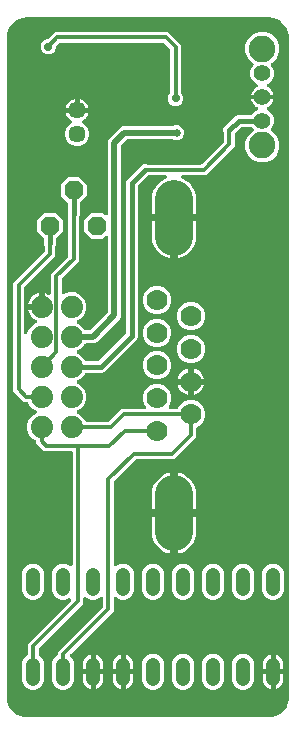
<source format=gbl>
G04 EAGLE Gerber RS-274X export*
G75*
%MOMM*%
%FSLAX34Y34*%
%LPD*%
%INBottom Copper*%
%IPPOS*%
%AMOC8*
5,1,8,0,0,1.08239X$1,22.5*%
G01*
%ADD10C,1.778000*%
%ADD11C,3.200000*%
%ADD12C,1.400000*%
%ADD13C,2.250000*%
%ADD14C,1.450000*%
%ADD15C,1.219200*%
%ADD16P,1.732040X8X22.500000*%
%ADD17C,1.879600*%
%ADD18C,0.704800*%
%ADD19C,0.300000*%
%ADD20C,0.654800*%
%ADD21C,0.500000*%
%ADD22C,0.400000*%

G36*
X225833Y3640D02*
X225833Y3640D01*
X225918Y3640D01*
X228243Y3823D01*
X228316Y3838D01*
X228390Y3842D01*
X228574Y3888D01*
X228582Y3890D01*
X228585Y3891D01*
X228589Y3892D01*
X233012Y5329D01*
X233132Y5385D01*
X233256Y5433D01*
X233303Y5463D01*
X233326Y5473D01*
X233352Y5494D01*
X233430Y5542D01*
X237192Y8276D01*
X237290Y8366D01*
X237392Y8450D01*
X237428Y8493D01*
X237447Y8510D01*
X237465Y8538D01*
X237524Y8608D01*
X240258Y12370D01*
X240323Y12486D01*
X240394Y12598D01*
X240415Y12649D01*
X240427Y12671D01*
X240437Y12703D01*
X240471Y12788D01*
X241908Y17211D01*
X241923Y17284D01*
X241947Y17354D01*
X241974Y17542D01*
X241976Y17550D01*
X241976Y17553D01*
X241977Y17557D01*
X242160Y19882D01*
X242158Y19915D01*
X242164Y20000D01*
X242164Y580000D01*
X242160Y580033D01*
X242160Y580118D01*
X241977Y582443D01*
X241962Y582516D01*
X241958Y582590D01*
X241919Y582744D01*
X241917Y582758D01*
X241914Y582766D01*
X241912Y582774D01*
X241910Y582782D01*
X241909Y582785D01*
X241908Y582789D01*
X240471Y587212D01*
X240416Y587332D01*
X240367Y587456D01*
X240337Y587503D01*
X240327Y587526D01*
X240306Y587552D01*
X240258Y587630D01*
X238518Y590024D01*
X238475Y590071D01*
X238439Y590124D01*
X238294Y590270D01*
X235339Y592861D01*
X235330Y592868D01*
X235183Y592981D01*
X232488Y594782D01*
X232396Y594829D01*
X232309Y594884D01*
X232210Y594924D01*
X232180Y594939D01*
X232159Y594945D01*
X232118Y594961D01*
X228589Y596108D01*
X228516Y596123D01*
X228446Y596147D01*
X228258Y596174D01*
X228250Y596176D01*
X228247Y596176D01*
X228243Y596177D01*
X225918Y596360D01*
X225885Y596358D01*
X225800Y596364D01*
X20000Y596364D01*
X19968Y596360D01*
X19882Y596360D01*
X17557Y596177D01*
X17484Y596162D01*
X17410Y596158D01*
X17226Y596112D01*
X17218Y596110D01*
X17215Y596109D01*
X17211Y596108D01*
X12788Y594671D01*
X12668Y594615D01*
X12544Y594567D01*
X12497Y594537D01*
X12474Y594527D01*
X12448Y594506D01*
X12370Y594458D01*
X8608Y591724D01*
X8510Y591634D01*
X8408Y591550D01*
X8372Y591507D01*
X8353Y591490D01*
X8335Y591462D01*
X8276Y591392D01*
X5542Y587630D01*
X5477Y587515D01*
X5406Y587402D01*
X5393Y587369D01*
X5383Y587353D01*
X5379Y587340D01*
X5373Y587329D01*
X5363Y587297D01*
X5329Y587212D01*
X3892Y582789D01*
X3877Y582716D01*
X3853Y582646D01*
X3826Y582458D01*
X3824Y582450D01*
X3824Y582447D01*
X3823Y582443D01*
X3640Y580118D01*
X3642Y580085D01*
X3636Y580000D01*
X3636Y20000D01*
X3640Y19967D01*
X3640Y19882D01*
X3823Y17557D01*
X3838Y17484D01*
X3842Y17410D01*
X3888Y17226D01*
X3890Y17218D01*
X3891Y17215D01*
X3892Y17211D01*
X5329Y12788D01*
X5385Y12668D01*
X5433Y12544D01*
X5463Y12497D01*
X5473Y12474D01*
X5494Y12448D01*
X5542Y12370D01*
X8276Y8608D01*
X8366Y8510D01*
X8450Y8408D01*
X8493Y8372D01*
X8510Y8353D01*
X8538Y8335D01*
X8608Y8276D01*
X12370Y5542D01*
X12486Y5477D01*
X12598Y5406D01*
X12649Y5385D01*
X12671Y5373D01*
X12703Y5363D01*
X12788Y5329D01*
X17211Y3892D01*
X17284Y3877D01*
X17354Y3853D01*
X17542Y3826D01*
X17550Y3824D01*
X17553Y3824D01*
X17557Y3823D01*
X19882Y3640D01*
X19915Y3642D01*
X20000Y3636D01*
X225800Y3636D01*
X225833Y3640D01*
G37*
%LPC*%
G36*
X23991Y27207D02*
X23991Y27207D01*
X20647Y28592D01*
X18088Y31151D01*
X16703Y34495D01*
X16703Y50305D01*
X18088Y53649D01*
X20858Y56419D01*
X20884Y56452D01*
X20924Y56488D01*
X20977Y56564D01*
X21038Y56634D01*
X21057Y56670D01*
X21073Y56690D01*
X21089Y56725D01*
X21121Y56772D01*
X21156Y56858D01*
X21199Y56940D01*
X21209Y56981D01*
X21220Y57003D01*
X21227Y57039D01*
X21249Y57093D01*
X21262Y57185D01*
X21285Y57275D01*
X21289Y57334D01*
X21291Y57341D01*
X21291Y57352D01*
X21294Y57404D01*
X21299Y57435D01*
X21297Y57451D01*
X21299Y57480D01*
X21299Y65964D01*
X57466Y102131D01*
X57499Y102172D01*
X57537Y102208D01*
X57606Y102308D01*
X57681Y102402D01*
X57703Y102450D01*
X57733Y102493D01*
X57777Y102606D01*
X57828Y102715D01*
X57839Y102767D01*
X57858Y102815D01*
X57874Y102935D01*
X57899Y103054D01*
X57898Y103106D01*
X57905Y103158D01*
X57894Y103278D01*
X57891Y103399D01*
X57878Y103450D01*
X57873Y103502D01*
X57834Y103617D01*
X57804Y103734D01*
X57779Y103780D01*
X57763Y103830D01*
X57699Y103933D01*
X57642Y104040D01*
X57608Y104079D01*
X57580Y104124D01*
X57495Y104209D01*
X57415Y104300D01*
X57373Y104331D01*
X57336Y104368D01*
X57233Y104431D01*
X57134Y104502D01*
X57086Y104522D01*
X57042Y104549D01*
X56927Y104588D01*
X56815Y104634D01*
X56763Y104642D01*
X56714Y104659D01*
X56593Y104670D01*
X56474Y104689D01*
X56421Y104686D01*
X56369Y104690D01*
X56250Y104673D01*
X56129Y104665D01*
X56079Y104649D01*
X56027Y104642D01*
X55832Y104577D01*
X53009Y103407D01*
X49391Y103407D01*
X46047Y104792D01*
X43488Y107351D01*
X42103Y110695D01*
X42103Y126505D01*
X43488Y129849D01*
X46047Y132408D01*
X49391Y133793D01*
X53009Y133793D01*
X56353Y132408D01*
X56640Y132121D01*
X56722Y132056D01*
X56797Y131984D01*
X56857Y131949D01*
X56911Y131906D01*
X57005Y131862D01*
X57095Y131809D01*
X57161Y131789D01*
X57224Y131759D01*
X57326Y131738D01*
X57426Y131707D01*
X57495Y131702D01*
X57562Y131688D01*
X57666Y131690D01*
X57771Y131683D01*
X57839Y131695D01*
X57908Y131696D01*
X58009Y131722D01*
X58112Y131739D01*
X58175Y131766D01*
X58242Y131783D01*
X58335Y131832D01*
X58431Y131872D01*
X58487Y131912D01*
X58548Y131945D01*
X58627Y132013D01*
X58711Y132074D01*
X58757Y132127D01*
X58809Y132172D01*
X58870Y132257D01*
X58938Y132335D01*
X58970Y132397D01*
X59011Y132453D01*
X59050Y132549D01*
X59099Y132641D01*
X59116Y132708D01*
X59142Y132772D01*
X59159Y132875D01*
X59185Y132976D01*
X59192Y133080D01*
X59198Y133114D01*
X59196Y133136D01*
X59199Y133181D01*
X59199Y227500D01*
X59195Y227535D01*
X59198Y227571D01*
X59175Y227707D01*
X59159Y227843D01*
X59147Y227877D01*
X59142Y227912D01*
X59089Y228039D01*
X59042Y228169D01*
X59023Y228198D01*
X59009Y228231D01*
X58928Y228343D01*
X58853Y228458D01*
X58827Y228483D01*
X58807Y228511D01*
X58703Y228602D01*
X58603Y228697D01*
X58572Y228715D01*
X58546Y228738D01*
X58423Y228802D01*
X58305Y228872D01*
X58271Y228882D01*
X58239Y228899D01*
X58106Y228933D01*
X57974Y228974D01*
X57939Y228976D01*
X57905Y228985D01*
X57700Y228999D01*
X34936Y228999D01*
X28399Y235536D01*
X28399Y237042D01*
X28389Y237129D01*
X28389Y237217D01*
X28369Y237300D01*
X28359Y237386D01*
X28330Y237468D01*
X28310Y237553D01*
X28271Y237630D01*
X28242Y237711D01*
X28194Y237784D01*
X28155Y237862D01*
X28100Y237928D01*
X28053Y238000D01*
X27990Y238061D01*
X27934Y238128D01*
X27865Y238180D01*
X27803Y238239D01*
X27728Y238283D01*
X27657Y238336D01*
X27528Y238400D01*
X27505Y238414D01*
X27493Y238418D01*
X27474Y238427D01*
X25877Y239089D01*
X22389Y242577D01*
X20501Y247134D01*
X20501Y252066D01*
X22389Y256623D01*
X25877Y260111D01*
X27817Y260915D01*
X27908Y260966D01*
X28004Y261008D01*
X28059Y261050D01*
X28119Y261083D01*
X28196Y261153D01*
X28279Y261216D01*
X28324Y261270D01*
X28375Y261316D01*
X28434Y261402D01*
X28500Y261483D01*
X28531Y261544D01*
X28570Y261601D01*
X28608Y261699D01*
X28654Y261792D01*
X28670Y261859D01*
X28695Y261924D01*
X28709Y262027D01*
X28733Y262129D01*
X28733Y262198D01*
X28742Y262266D01*
X28733Y262370D01*
X28732Y262475D01*
X28716Y262542D01*
X28710Y262611D01*
X28677Y262709D01*
X28653Y262811D01*
X28622Y262873D01*
X28600Y262938D01*
X28545Y263027D01*
X28498Y263120D01*
X28454Y263173D01*
X28418Y263232D01*
X28344Y263306D01*
X28277Y263386D01*
X28222Y263427D01*
X28173Y263476D01*
X28084Y263531D01*
X28001Y263594D01*
X27908Y263640D01*
X27879Y263658D01*
X27857Y263665D01*
X27817Y263685D01*
X25877Y264489D01*
X22389Y267977D01*
X21727Y269574D01*
X21685Y269650D01*
X21651Y269731D01*
X21601Y269801D01*
X21559Y269876D01*
X21500Y269940D01*
X21449Y270011D01*
X21384Y270068D01*
X21326Y270131D01*
X21254Y270181D01*
X21188Y270238D01*
X21112Y270278D01*
X21041Y270327D01*
X20959Y270358D01*
X20882Y270399D01*
X20798Y270420D01*
X20718Y270451D01*
X20632Y270463D01*
X20547Y270485D01*
X20403Y270495D01*
X20376Y270499D01*
X20364Y270498D01*
X20342Y270499D01*
X18136Y270499D01*
X8899Y279736D01*
X8899Y371264D01*
X35060Y397425D01*
X35147Y397534D01*
X35238Y397640D01*
X35254Y397670D01*
X35275Y397696D01*
X35334Y397822D01*
X35399Y397946D01*
X35407Y397979D01*
X35422Y398009D01*
X35450Y398145D01*
X35485Y398281D01*
X35488Y398326D01*
X35493Y398348D01*
X35492Y398381D01*
X35499Y398485D01*
X35499Y402500D01*
X35497Y402518D01*
X35499Y402537D01*
X35477Y402689D01*
X35459Y402843D01*
X35453Y402861D01*
X35450Y402879D01*
X35385Y403074D01*
X34999Y404005D01*
X34999Y408821D01*
X34983Y408959D01*
X34973Y409098D01*
X34963Y409131D01*
X34959Y409164D01*
X34912Y409295D01*
X34871Y409429D01*
X34853Y409458D01*
X34842Y409490D01*
X34766Y409606D01*
X34695Y409726D01*
X34665Y409760D01*
X34653Y409779D01*
X34629Y409802D01*
X34560Y409881D01*
X28998Y415443D01*
X28998Y424557D01*
X35443Y431002D01*
X44557Y431002D01*
X51002Y424557D01*
X51002Y415443D01*
X45440Y409881D01*
X45353Y409772D01*
X45262Y409666D01*
X45246Y409636D01*
X45225Y409610D01*
X45166Y409484D01*
X45101Y409360D01*
X45093Y409328D01*
X45078Y409297D01*
X45050Y409161D01*
X45015Y409026D01*
X45012Y408980D01*
X45007Y408959D01*
X45008Y408925D01*
X45001Y408821D01*
X45001Y404005D01*
X44615Y403074D01*
X44610Y403056D01*
X44601Y403039D01*
X44562Y402889D01*
X44520Y402741D01*
X44519Y402723D01*
X44515Y402705D01*
X44501Y402500D01*
X44501Y394136D01*
X18340Y367975D01*
X18253Y367866D01*
X18162Y367760D01*
X18146Y367730D01*
X18125Y367704D01*
X18066Y367578D01*
X18001Y367454D01*
X17993Y367421D01*
X17978Y367391D01*
X17950Y367255D01*
X17915Y367119D01*
X17912Y367074D01*
X17907Y367052D01*
X17908Y367019D01*
X17901Y366915D01*
X17901Y329525D01*
X17907Y329473D01*
X17904Y329421D01*
X17927Y329302D01*
X17941Y329182D01*
X17958Y329132D01*
X17968Y329081D01*
X18017Y328971D01*
X18058Y328857D01*
X18087Y328813D01*
X18108Y328765D01*
X18181Y328668D01*
X18247Y328567D01*
X18285Y328531D01*
X18316Y328489D01*
X18410Y328412D01*
X18497Y328328D01*
X18542Y328302D01*
X18582Y328268D01*
X18691Y328214D01*
X18795Y328153D01*
X18845Y328138D01*
X18892Y328115D01*
X19010Y328087D01*
X19126Y328051D01*
X19178Y328048D01*
X19229Y328036D01*
X19350Y328036D01*
X19471Y328028D01*
X19522Y328036D01*
X19574Y328036D01*
X19692Y328064D01*
X19812Y328084D01*
X19860Y328104D01*
X19911Y328116D01*
X20019Y328170D01*
X20131Y328216D01*
X20173Y328247D01*
X20220Y328270D01*
X20313Y328348D01*
X20411Y328418D01*
X20446Y328458D01*
X20486Y328491D01*
X20559Y328588D01*
X20638Y328680D01*
X20662Y328726D01*
X20694Y328768D01*
X20785Y328951D01*
X22389Y332823D01*
X25877Y336311D01*
X28370Y337344D01*
X28512Y337423D01*
X28656Y337501D01*
X28663Y337507D01*
X28672Y337512D01*
X28793Y337623D01*
X28914Y337730D01*
X28920Y337738D01*
X28927Y337745D01*
X29020Y337880D01*
X29113Y338013D01*
X29117Y338022D01*
X29122Y338030D01*
X29181Y338183D01*
X29242Y338334D01*
X29244Y338344D01*
X29247Y338353D01*
X29270Y338515D01*
X29294Y338676D01*
X29293Y338686D01*
X29295Y338695D01*
X29280Y338857D01*
X29267Y339020D01*
X29264Y339030D01*
X29263Y339039D01*
X29211Y339193D01*
X29161Y339350D01*
X29156Y339358D01*
X29153Y339367D01*
X29066Y339506D01*
X28982Y339646D01*
X28975Y339653D01*
X28970Y339661D01*
X28854Y339777D01*
X28741Y339893D01*
X28732Y339898D01*
X28726Y339905D01*
X28586Y339991D01*
X28449Y340079D01*
X28437Y340083D01*
X28431Y340087D01*
X28412Y340093D01*
X28359Y340115D01*
X26643Y340989D01*
X25122Y342094D01*
X23794Y343422D01*
X22689Y344943D01*
X21836Y346617D01*
X21255Y348404D01*
X21215Y348661D01*
X31860Y348661D01*
X31895Y348665D01*
X31930Y348662D01*
X32066Y348685D01*
X32203Y348701D01*
X32237Y348713D01*
X32272Y348718D01*
X32399Y348771D01*
X32528Y348818D01*
X32558Y348837D01*
X32591Y348851D01*
X32703Y348932D01*
X32818Y349007D01*
X32842Y349033D01*
X32871Y349053D01*
X32962Y349157D01*
X33057Y349257D01*
X33075Y349288D01*
X33098Y349314D01*
X33162Y349437D01*
X33232Y349555D01*
X33242Y349589D01*
X33259Y349620D01*
X33293Y349754D01*
X33334Y349886D01*
X33336Y349921D01*
X33345Y349955D01*
X33359Y350160D01*
X33359Y350741D01*
X33940Y350741D01*
X33975Y350745D01*
X34011Y350743D01*
X34147Y350765D01*
X34283Y350781D01*
X34317Y350793D01*
X34352Y350799D01*
X34479Y350851D01*
X34609Y350898D01*
X34638Y350918D01*
X34671Y350931D01*
X34783Y351012D01*
X34898Y351087D01*
X34923Y351113D01*
X34951Y351134D01*
X35042Y351238D01*
X35137Y351337D01*
X35155Y351368D01*
X35178Y351395D01*
X35242Y351517D01*
X35312Y351635D01*
X35322Y351669D01*
X35339Y351701D01*
X35373Y351834D01*
X35414Y351966D01*
X35416Y352001D01*
X35425Y352036D01*
X35439Y352240D01*
X35439Y362885D01*
X35696Y362845D01*
X37483Y362264D01*
X38719Y361634D01*
X38759Y361619D01*
X38795Y361598D01*
X38921Y361559D01*
X39043Y361514D01*
X39085Y361508D01*
X39126Y361496D01*
X39257Y361487D01*
X39387Y361471D01*
X39428Y361475D01*
X39471Y361472D01*
X39600Y361494D01*
X39730Y361507D01*
X39770Y361521D01*
X39812Y361528D01*
X39933Y361579D01*
X40057Y361622D01*
X40092Y361645D01*
X40131Y361661D01*
X40237Y361737D01*
X40348Y361808D01*
X40377Y361839D01*
X40411Y361863D01*
X40497Y361962D01*
X40589Y362056D01*
X40610Y362092D01*
X40638Y362124D01*
X40699Y362241D01*
X40766Y362353D01*
X40779Y362393D01*
X40799Y362430D01*
X40832Y362558D01*
X40871Y362682D01*
X40875Y362724D01*
X40885Y362765D01*
X40899Y362970D01*
X40899Y379264D01*
X55060Y393425D01*
X55147Y393534D01*
X55238Y393640D01*
X55254Y393670D01*
X55275Y393696D01*
X55334Y393822D01*
X55399Y393946D01*
X55407Y393979D01*
X55422Y394009D01*
X55450Y394145D01*
X55485Y394281D01*
X55488Y394326D01*
X55493Y394348D01*
X55492Y394381D01*
X55499Y394485D01*
X55499Y427500D01*
X55497Y427518D01*
X55499Y427537D01*
X55477Y427689D01*
X55459Y427843D01*
X55453Y427861D01*
X55450Y427879D01*
X55385Y428074D01*
X54999Y429005D01*
X54999Y438821D01*
X54983Y438959D01*
X54973Y439098D01*
X54963Y439131D01*
X54959Y439164D01*
X54912Y439295D01*
X54871Y439429D01*
X54853Y439458D01*
X54842Y439490D01*
X54766Y439606D01*
X54695Y439726D01*
X54665Y439760D01*
X54653Y439779D01*
X54629Y439802D01*
X54560Y439881D01*
X48998Y445443D01*
X48998Y454557D01*
X55443Y461002D01*
X64557Y461002D01*
X71002Y454557D01*
X71002Y445443D01*
X65440Y439881D01*
X65353Y439772D01*
X65262Y439666D01*
X65246Y439636D01*
X65225Y439610D01*
X65166Y439484D01*
X65101Y439360D01*
X65093Y439328D01*
X65078Y439297D01*
X65050Y439161D01*
X65015Y439026D01*
X65012Y438980D01*
X65007Y438959D01*
X65008Y438925D01*
X65001Y438821D01*
X65001Y429005D01*
X64615Y428074D01*
X64610Y428056D01*
X64601Y428039D01*
X64562Y427889D01*
X64520Y427741D01*
X64519Y427723D01*
X64515Y427705D01*
X64501Y427500D01*
X64501Y390136D01*
X50340Y375975D01*
X50253Y375866D01*
X50162Y375760D01*
X50146Y375730D01*
X50125Y375704D01*
X50066Y375578D01*
X50001Y375454D01*
X49993Y375421D01*
X49978Y375391D01*
X49950Y375255D01*
X49915Y375119D01*
X49912Y375074D01*
X49907Y375052D01*
X49908Y375019D01*
X49901Y374915D01*
X49901Y363385D01*
X49919Y363230D01*
X49933Y363074D01*
X49939Y363058D01*
X49941Y363042D01*
X49994Y362895D01*
X50043Y362747D01*
X50052Y362732D01*
X50058Y362716D01*
X50143Y362586D01*
X50226Y362453D01*
X50238Y362441D01*
X50247Y362427D01*
X50360Y362319D01*
X50470Y362209D01*
X50485Y362200D01*
X50497Y362188D01*
X50631Y362109D01*
X50765Y362027D01*
X50781Y362022D01*
X50795Y362013D01*
X50944Y361967D01*
X51093Y361918D01*
X51109Y361916D01*
X51126Y361911D01*
X51282Y361900D01*
X51437Y361886D01*
X51454Y361889D01*
X51471Y361887D01*
X51625Y361913D01*
X51779Y361934D01*
X51800Y361941D01*
X51812Y361943D01*
X51837Y361954D01*
X51974Y362000D01*
X55834Y363599D01*
X60766Y363599D01*
X65323Y361711D01*
X68811Y358223D01*
X70699Y353666D01*
X70699Y348734D01*
X68811Y344177D01*
X65323Y340689D01*
X63383Y339885D01*
X63292Y339834D01*
X63196Y339792D01*
X63141Y339750D01*
X63081Y339717D01*
X63004Y339646D01*
X62921Y339584D01*
X62877Y339531D01*
X62825Y339484D01*
X62766Y339398D01*
X62700Y339317D01*
X62669Y339256D01*
X62630Y339199D01*
X62592Y339101D01*
X62546Y339008D01*
X62530Y338941D01*
X62505Y338876D01*
X62491Y338773D01*
X62467Y338671D01*
X62467Y338602D01*
X62458Y338534D01*
X62467Y338430D01*
X62468Y338325D01*
X62483Y338258D01*
X62490Y338189D01*
X62523Y338091D01*
X62547Y337989D01*
X62578Y337927D01*
X62600Y337862D01*
X62655Y337773D01*
X62702Y337680D01*
X62746Y337627D01*
X62782Y337568D01*
X62856Y337494D01*
X62923Y337414D01*
X62978Y337373D01*
X63027Y337324D01*
X63116Y337269D01*
X63199Y337206D01*
X63292Y337160D01*
X63321Y337142D01*
X63343Y337135D01*
X63383Y337115D01*
X65323Y336311D01*
X68811Y332823D01*
X69058Y332226D01*
X69101Y332150D01*
X69135Y332069D01*
X69185Y331999D01*
X69227Y331924D01*
X69286Y331859D01*
X69337Y331789D01*
X69402Y331732D01*
X69460Y331669D01*
X69532Y331619D01*
X69598Y331562D01*
X69674Y331522D01*
X69745Y331473D01*
X69826Y331442D01*
X69904Y331401D01*
X69987Y331380D01*
X70067Y331349D01*
X70154Y331337D01*
X70239Y331315D01*
X70382Y331305D01*
X70410Y331301D01*
X70422Y331302D01*
X70444Y331301D01*
X73501Y331301D01*
X73639Y331317D01*
X73778Y331327D01*
X73810Y331337D01*
X73844Y331341D01*
X73975Y331388D01*
X74108Y331429D01*
X74137Y331447D01*
X74169Y331458D01*
X74286Y331534D01*
X74406Y331605D01*
X74440Y331635D01*
X74459Y331647D01*
X74482Y331671D01*
X74561Y331740D01*
X88660Y345839D01*
X88747Y345948D01*
X88838Y346054D01*
X88854Y346084D01*
X88875Y346110D01*
X88934Y346236D01*
X88999Y346360D01*
X89007Y346393D01*
X89022Y346423D01*
X89050Y346560D01*
X89085Y346695D01*
X89088Y346740D01*
X89093Y346762D01*
X89092Y346795D01*
X89099Y346899D01*
X89099Y409921D01*
X89087Y410024D01*
X89085Y410129D01*
X89067Y410196D01*
X89059Y410264D01*
X89024Y410362D01*
X88998Y410463D01*
X88965Y410525D01*
X88942Y410590D01*
X88885Y410677D01*
X88836Y410769D01*
X88791Y410821D01*
X88753Y410879D01*
X88678Y410951D01*
X88609Y411030D01*
X88553Y411070D01*
X88503Y411118D01*
X88413Y411171D01*
X88328Y411232D01*
X88264Y411258D01*
X88205Y411293D01*
X88105Y411324D01*
X88009Y411363D01*
X87940Y411375D01*
X87874Y411395D01*
X87770Y411402D01*
X87667Y411419D01*
X87598Y411414D01*
X87529Y411419D01*
X87427Y411402D01*
X87322Y411394D01*
X87256Y411374D01*
X87188Y411363D01*
X87092Y411323D01*
X86992Y411292D01*
X86933Y411256D01*
X86869Y411230D01*
X86784Y411169D01*
X86695Y411116D01*
X86616Y411047D01*
X86589Y411028D01*
X86574Y411011D01*
X86540Y410981D01*
X84557Y408998D01*
X75443Y408998D01*
X68998Y415443D01*
X68998Y424557D01*
X75443Y431002D01*
X84557Y431002D01*
X86540Y429019D01*
X86622Y428954D01*
X86697Y428882D01*
X86757Y428847D01*
X86811Y428804D01*
X86905Y428760D01*
X86995Y428707D01*
X87061Y428687D01*
X87124Y428657D01*
X87226Y428636D01*
X87326Y428605D01*
X87395Y428600D01*
X87462Y428586D01*
X87566Y428589D01*
X87671Y428581D01*
X87739Y428593D01*
X87808Y428594D01*
X87909Y428621D01*
X88012Y428637D01*
X88076Y428664D01*
X88142Y428681D01*
X88235Y428730D01*
X88331Y428770D01*
X88387Y428810D01*
X88448Y428843D01*
X88527Y428911D01*
X88611Y428972D01*
X88657Y429025D01*
X88709Y429070D01*
X88770Y429155D01*
X88838Y429233D01*
X88870Y429295D01*
X88911Y429351D01*
X88950Y429447D01*
X88999Y429540D01*
X89016Y429607D01*
X89042Y429670D01*
X89059Y429773D01*
X89085Y429874D01*
X89092Y429978D01*
X89098Y430012D01*
X89096Y430034D01*
X89099Y430079D01*
X89099Y491394D01*
X89937Y493416D01*
X99784Y503263D01*
X101806Y504101D01*
X143885Y504101D01*
X143904Y504103D01*
X143922Y504101D01*
X144075Y504123D01*
X144228Y504141D01*
X144246Y504147D01*
X144264Y504149D01*
X144459Y504215D01*
X146052Y504875D01*
X148548Y504875D01*
X150854Y503919D01*
X152619Y502154D01*
X153575Y499848D01*
X153575Y497352D01*
X152619Y495046D01*
X150854Y493281D01*
X148548Y492325D01*
X146052Y492325D01*
X144459Y492985D01*
X144441Y492990D01*
X144425Y492999D01*
X144274Y493038D01*
X144126Y493080D01*
X144108Y493081D01*
X144090Y493085D01*
X143885Y493099D01*
X105799Y493099D01*
X105661Y493083D01*
X105522Y493073D01*
X105490Y493063D01*
X105456Y493059D01*
X105325Y493012D01*
X105192Y492971D01*
X105163Y492953D01*
X105131Y492942D01*
X105014Y492866D01*
X104894Y492795D01*
X104860Y492765D01*
X104841Y492753D01*
X104818Y492729D01*
X104739Y492660D01*
X100540Y488461D01*
X100453Y488352D01*
X100362Y488246D01*
X100346Y488216D01*
X100325Y488190D01*
X100266Y488064D01*
X100201Y487940D01*
X100193Y487907D01*
X100178Y487877D01*
X100150Y487740D01*
X100115Y487605D01*
X100112Y487560D01*
X100107Y487538D01*
X100108Y487505D01*
X100101Y487401D01*
X100101Y342906D01*
X99263Y340884D01*
X79516Y321137D01*
X77494Y320299D01*
X70444Y320299D01*
X70357Y320289D01*
X70269Y320289D01*
X70185Y320269D01*
X70100Y320259D01*
X70018Y320230D01*
X69933Y320210D01*
X69856Y320171D01*
X69775Y320142D01*
X69702Y320094D01*
X69623Y320055D01*
X69557Y320000D01*
X69485Y319953D01*
X69425Y319890D01*
X69358Y319834D01*
X69306Y319765D01*
X69247Y319703D01*
X69202Y319628D01*
X69150Y319557D01*
X69086Y319428D01*
X69072Y319405D01*
X69068Y319393D01*
X69058Y319374D01*
X68811Y318777D01*
X65323Y315289D01*
X63383Y314485D01*
X63292Y314434D01*
X63196Y314392D01*
X63141Y314350D01*
X63081Y314317D01*
X63004Y314246D01*
X62921Y314184D01*
X62877Y314131D01*
X62825Y314084D01*
X62766Y313998D01*
X62700Y313917D01*
X62669Y313856D01*
X62630Y313799D01*
X62592Y313701D01*
X62546Y313608D01*
X62530Y313541D01*
X62505Y313476D01*
X62491Y313373D01*
X62467Y313271D01*
X62467Y313202D01*
X62458Y313134D01*
X62467Y313030D01*
X62468Y312925D01*
X62483Y312858D01*
X62490Y312789D01*
X62523Y312691D01*
X62547Y312589D01*
X62578Y312527D01*
X62600Y312462D01*
X62655Y312373D01*
X62702Y312280D01*
X62746Y312227D01*
X62782Y312168D01*
X62856Y312094D01*
X62923Y312014D01*
X62978Y311973D01*
X63027Y311924D01*
X63116Y311869D01*
X63199Y311806D01*
X63292Y311760D01*
X63321Y311742D01*
X63343Y311735D01*
X63383Y311715D01*
X65323Y310911D01*
X68811Y307423D01*
X69266Y306326D01*
X69308Y306250D01*
X69342Y306169D01*
X69392Y306099D01*
X69434Y306024D01*
X69493Y305960D01*
X69544Y305889D01*
X69609Y305832D01*
X69667Y305769D01*
X69739Y305719D01*
X69805Y305662D01*
X69881Y305622D01*
X69952Y305573D01*
X70034Y305542D01*
X70111Y305501D01*
X70195Y305480D01*
X70275Y305449D01*
X70361Y305437D01*
X70446Y305415D01*
X70590Y305405D01*
X70617Y305401D01*
X70629Y305402D01*
X70651Y305401D01*
X80608Y305401D01*
X80746Y305417D01*
X80885Y305427D01*
X80918Y305437D01*
X80951Y305441D01*
X81082Y305488D01*
X81215Y305529D01*
X81244Y305547D01*
X81276Y305558D01*
X81393Y305634D01*
X81513Y305705D01*
X81547Y305735D01*
X81566Y305747D01*
X81589Y305771D01*
X81668Y305840D01*
X103860Y328032D01*
X103947Y328141D01*
X104038Y328247D01*
X104054Y328277D01*
X104075Y328303D01*
X104134Y328429D01*
X104199Y328553D01*
X104207Y328586D01*
X104222Y328616D01*
X104250Y328753D01*
X104285Y328888D01*
X104288Y328933D01*
X104293Y328955D01*
X104292Y328988D01*
X104299Y329092D01*
X104299Y457195D01*
X105061Y459033D01*
X117567Y471539D01*
X119405Y472301D01*
X121395Y472301D01*
X122326Y471915D01*
X122344Y471910D01*
X122361Y471901D01*
X122511Y471862D01*
X122659Y471820D01*
X122677Y471819D01*
X122695Y471815D01*
X122900Y471801D01*
X167715Y471801D01*
X167853Y471817D01*
X167992Y471827D01*
X168025Y471837D01*
X168058Y471841D01*
X168189Y471888D01*
X168322Y471929D01*
X168352Y471947D01*
X168383Y471958D01*
X168500Y472034D01*
X168620Y472105D01*
X168654Y472135D01*
X168673Y472147D01*
X168696Y472171D01*
X168775Y472240D01*
X186860Y490325D01*
X186947Y490434D01*
X187038Y490540D01*
X187054Y490570D01*
X187075Y490596D01*
X187134Y490722D01*
X187199Y490846D01*
X187207Y490879D01*
X187222Y490909D01*
X187250Y491045D01*
X187285Y491181D01*
X187288Y491226D01*
X187293Y491248D01*
X187292Y491281D01*
X187299Y491385D01*
X187299Y498500D01*
X187297Y498518D01*
X187299Y498537D01*
X187277Y498689D01*
X187259Y498843D01*
X187253Y498861D01*
X187250Y498879D01*
X187185Y499074D01*
X186799Y500005D01*
X186799Y501995D01*
X187561Y503833D01*
X196967Y513239D01*
X198805Y514001D01*
X209945Y514001D01*
X210032Y514011D01*
X210119Y514011D01*
X210203Y514031D01*
X210288Y514041D01*
X210370Y514070D01*
X210456Y514090D01*
X210533Y514129D01*
X210614Y514158D01*
X210687Y514206D01*
X210765Y514245D01*
X210831Y514300D01*
X210903Y514347D01*
X210963Y514410D01*
X211031Y514466D01*
X211054Y514497D01*
X214035Y517478D01*
X215036Y517893D01*
X215076Y517915D01*
X215119Y517930D01*
X215227Y517999D01*
X215338Y518061D01*
X215372Y518092D01*
X215411Y518117D01*
X215499Y518208D01*
X215594Y518294D01*
X215620Y518332D01*
X215651Y518365D01*
X215717Y518474D01*
X215789Y518580D01*
X215806Y518622D01*
X215829Y518661D01*
X215868Y518783D01*
X215914Y518902D01*
X215920Y518947D01*
X215934Y518991D01*
X215944Y519118D01*
X215962Y519244D01*
X215957Y519290D01*
X215961Y519335D01*
X215941Y519462D01*
X215929Y519589D01*
X215915Y519632D01*
X215908Y519677D01*
X215860Y519795D01*
X215819Y519916D01*
X215795Y519955D01*
X215778Y519997D01*
X215704Y520102D01*
X215637Y520210D01*
X215605Y520242D01*
X215578Y520280D01*
X215483Y520364D01*
X215392Y520454D01*
X215353Y520478D01*
X215319Y520509D01*
X215143Y520614D01*
X214699Y520840D01*
X213485Y521723D01*
X212423Y522785D01*
X211540Y524000D01*
X210858Y525338D01*
X210394Y526766D01*
X210357Y527001D01*
X219200Y527001D01*
X219235Y527005D01*
X219270Y527002D01*
X219406Y527025D01*
X219543Y527041D01*
X219577Y527053D01*
X219612Y527058D01*
X219694Y527093D01*
X219794Y527067D01*
X219926Y527026D01*
X219961Y527024D01*
X219996Y527015D01*
X220200Y527001D01*
X229043Y527001D01*
X229006Y526766D01*
X228542Y525338D01*
X227860Y524000D01*
X226977Y522785D01*
X225915Y521723D01*
X224701Y520840D01*
X224257Y520614D01*
X224219Y520589D01*
X224177Y520570D01*
X224075Y520493D01*
X223969Y520423D01*
X223938Y520389D01*
X223901Y520362D01*
X223820Y520263D01*
X223732Y520170D01*
X223710Y520131D01*
X223681Y520096D01*
X223624Y519981D01*
X223560Y519871D01*
X223547Y519827D01*
X223527Y519786D01*
X223498Y519662D01*
X223461Y519539D01*
X223458Y519494D01*
X223448Y519449D01*
X223448Y519322D01*
X223440Y519194D01*
X223448Y519149D01*
X223448Y519104D01*
X223478Y518979D01*
X223499Y518853D01*
X223517Y518812D01*
X223528Y518767D01*
X223585Y518653D01*
X223635Y518535D01*
X223662Y518499D01*
X223682Y518458D01*
X223764Y518360D01*
X223840Y518257D01*
X223875Y518227D01*
X223904Y518192D01*
X224006Y518115D01*
X224103Y518033D01*
X224143Y518012D01*
X224180Y517984D01*
X224364Y517893D01*
X225365Y517478D01*
X228178Y514665D01*
X229701Y510989D01*
X229701Y507011D01*
X228178Y503335D01*
X227345Y502502D01*
X227248Y502380D01*
X227148Y502259D01*
X227141Y502244D01*
X227130Y502231D01*
X227064Y502089D01*
X226995Y501950D01*
X226991Y501933D01*
X226984Y501918D01*
X226951Y501765D01*
X226916Y501613D01*
X226916Y501596D01*
X226912Y501580D01*
X226916Y501423D01*
X226916Y501267D01*
X226920Y501251D01*
X226920Y501234D01*
X226960Y501083D01*
X226996Y500931D01*
X227003Y500916D01*
X227008Y500899D01*
X227080Y500762D01*
X227150Y500622D01*
X227161Y500608D01*
X227169Y500594D01*
X227271Y500476D01*
X227372Y500356D01*
X227385Y500346D01*
X227396Y500333D01*
X227523Y500242D01*
X227648Y500148D01*
X227667Y500138D01*
X227677Y500131D01*
X227703Y500121D01*
X227763Y500091D01*
X231781Y496072D01*
X233951Y490835D01*
X233951Y485165D01*
X231781Y479928D01*
X227772Y475919D01*
X222535Y473749D01*
X216865Y473749D01*
X211628Y475919D01*
X207619Y479928D01*
X205449Y485165D01*
X205449Y490835D01*
X207619Y496072D01*
X211647Y500100D01*
X211705Y500133D01*
X211843Y500206D01*
X211856Y500217D01*
X211870Y500225D01*
X211986Y500330D01*
X212104Y500433D01*
X212113Y500447D01*
X212126Y500458D01*
X212214Y500586D01*
X212305Y500714D01*
X212312Y500729D01*
X212321Y500743D01*
X212377Y500888D01*
X212437Y501033D01*
X212440Y501050D01*
X212446Y501066D01*
X212467Y501220D01*
X212492Y501374D01*
X212491Y501391D01*
X212494Y501408D01*
X212479Y501563D01*
X212468Y501719D01*
X212463Y501735D01*
X212461Y501752D01*
X212412Y501900D01*
X212365Y502049D01*
X212357Y502064D01*
X212351Y502080D01*
X212269Y502213D01*
X212190Y502347D01*
X212175Y502364D01*
X212169Y502374D01*
X212149Y502394D01*
X212055Y502502D01*
X211068Y503489D01*
X211052Y503511D01*
X210986Y503568D01*
X210929Y503631D01*
X210857Y503681D01*
X210790Y503738D01*
X210714Y503778D01*
X210643Y503827D01*
X210562Y503858D01*
X210484Y503899D01*
X210401Y503920D01*
X210321Y503951D01*
X210234Y503963D01*
X210150Y503985D01*
X210005Y503995D01*
X209978Y503999D01*
X209966Y503998D01*
X209945Y503999D01*
X202492Y503999D01*
X202354Y503983D01*
X202215Y503973D01*
X202182Y503963D01*
X202149Y503959D01*
X202018Y503912D01*
X201885Y503871D01*
X201856Y503853D01*
X201824Y503842D01*
X201707Y503766D01*
X201587Y503695D01*
X201553Y503665D01*
X201534Y503653D01*
X201511Y503629D01*
X201432Y503560D01*
X196740Y498868D01*
X196653Y498759D01*
X196562Y498653D01*
X196546Y498623D01*
X196525Y498597D01*
X196466Y498471D01*
X196401Y498347D01*
X196393Y498314D01*
X196378Y498284D01*
X196350Y498147D01*
X196315Y498012D01*
X196312Y497967D01*
X196307Y497945D01*
X196308Y497912D01*
X196301Y497808D01*
X196301Y487036D01*
X172064Y462799D01*
X152704Y462799D01*
X152652Y462793D01*
X152600Y462796D01*
X152481Y462773D01*
X152361Y462759D01*
X152311Y462742D01*
X152260Y462732D01*
X152149Y462683D01*
X152035Y462642D01*
X151992Y462613D01*
X151944Y462592D01*
X151847Y462519D01*
X151746Y462453D01*
X151710Y462415D01*
X151668Y462384D01*
X151591Y462291D01*
X151507Y462203D01*
X151481Y462158D01*
X151447Y462118D01*
X151393Y462009D01*
X151332Y461905D01*
X151317Y461855D01*
X151293Y461808D01*
X151266Y461690D01*
X151230Y461574D01*
X151226Y461522D01*
X151215Y461471D01*
X151215Y461350D01*
X151206Y461229D01*
X151215Y461178D01*
X151215Y461126D01*
X151243Y461008D01*
X151262Y460888D01*
X151282Y460840D01*
X151294Y460789D01*
X151349Y460681D01*
X151395Y460569D01*
X151426Y460527D01*
X151449Y460480D01*
X151527Y460387D01*
X151597Y460289D01*
X151637Y460254D01*
X151670Y460214D01*
X151767Y460141D01*
X151858Y460062D01*
X151905Y460038D01*
X151947Y460006D01*
X152130Y459915D01*
X153218Y459464D01*
X155323Y458249D01*
X157251Y456770D01*
X158970Y455051D01*
X160449Y453123D01*
X161664Y451018D01*
X162594Y448773D01*
X163223Y446425D01*
X163541Y444015D01*
X163541Y429799D01*
X146500Y429799D01*
X146465Y429795D01*
X146430Y429798D01*
X146293Y429775D01*
X146157Y429759D01*
X146123Y429747D01*
X146088Y429742D01*
X145961Y429689D01*
X145832Y429642D01*
X145802Y429622D01*
X145769Y429609D01*
X145657Y429528D01*
X145542Y429453D01*
X145517Y429427D01*
X145489Y429407D01*
X145398Y429302D01*
X145303Y429203D01*
X145285Y429172D01*
X145262Y429146D01*
X145198Y429023D01*
X145128Y428905D01*
X145118Y428871D01*
X145101Y428839D01*
X145067Y428706D01*
X145026Y428574D01*
X145024Y428539D01*
X145015Y428505D01*
X145001Y428300D01*
X145001Y426799D01*
X144999Y426799D01*
X144999Y428300D01*
X144995Y428335D01*
X144997Y428371D01*
X144975Y428507D01*
X144959Y428643D01*
X144947Y428677D01*
X144941Y428712D01*
X144889Y428839D01*
X144842Y428969D01*
X144822Y428998D01*
X144809Y429031D01*
X144728Y429143D01*
X144653Y429258D01*
X144627Y429283D01*
X144607Y429311D01*
X144502Y429402D01*
X144403Y429497D01*
X144372Y429515D01*
X144345Y429538D01*
X144223Y429602D01*
X144105Y429672D01*
X144071Y429682D01*
X144039Y429699D01*
X143906Y429733D01*
X143774Y429774D01*
X143739Y429776D01*
X143705Y429785D01*
X143500Y429799D01*
X126459Y429799D01*
X126459Y444015D01*
X126777Y446425D01*
X127406Y448773D01*
X128336Y451018D01*
X129551Y453123D01*
X131030Y455051D01*
X132749Y456770D01*
X134677Y458249D01*
X136782Y459464D01*
X137870Y459915D01*
X137915Y459940D01*
X137965Y459958D01*
X138066Y460024D01*
X138172Y460083D01*
X138210Y460118D01*
X138254Y460147D01*
X138338Y460235D01*
X138427Y460316D01*
X138457Y460359D01*
X138493Y460397D01*
X138554Y460501D01*
X138623Y460601D01*
X138641Y460650D01*
X138668Y460695D01*
X138704Y460811D01*
X138747Y460924D01*
X138754Y460976D01*
X138770Y461026D01*
X138778Y461147D01*
X138795Y461266D01*
X138790Y461318D01*
X138794Y461371D01*
X138774Y461490D01*
X138763Y461611D01*
X138746Y461660D01*
X138738Y461712D01*
X138691Y461823D01*
X138653Y461938D01*
X138625Y461983D01*
X138605Y462031D01*
X138534Y462129D01*
X138470Y462232D01*
X138433Y462269D01*
X138403Y462311D01*
X138311Y462391D01*
X138226Y462476D01*
X138181Y462504D01*
X138142Y462538D01*
X138034Y462594D01*
X137931Y462658D01*
X137882Y462674D01*
X137835Y462699D01*
X137718Y462729D01*
X137603Y462767D01*
X137551Y462772D01*
X137501Y462785D01*
X137296Y462799D01*
X123592Y462799D01*
X123454Y462783D01*
X123315Y462773D01*
X123282Y462763D01*
X123249Y462759D01*
X123118Y462712D01*
X122985Y462671D01*
X122956Y462653D01*
X122924Y462642D01*
X122807Y462566D01*
X122687Y462495D01*
X122653Y462465D01*
X122634Y462453D01*
X122611Y462429D01*
X122532Y462360D01*
X114740Y454568D01*
X114653Y454459D01*
X114562Y454353D01*
X114546Y454323D01*
X114525Y454297D01*
X114466Y454171D01*
X114401Y454047D01*
X114393Y454014D01*
X114378Y453984D01*
X114350Y453847D01*
X114315Y453712D01*
X114312Y453667D01*
X114307Y453645D01*
X114308Y453612D01*
X114301Y453508D01*
X114301Y325405D01*
X113539Y323567D01*
X86133Y296161D01*
X84295Y295399D01*
X70651Y295399D01*
X70564Y295389D01*
X70476Y295389D01*
X70392Y295369D01*
X70307Y295359D01*
X70225Y295330D01*
X70140Y295310D01*
X70063Y295271D01*
X69982Y295242D01*
X69909Y295194D01*
X69830Y295155D01*
X69764Y295100D01*
X69692Y295053D01*
X69632Y294990D01*
X69565Y294934D01*
X69513Y294865D01*
X69454Y294803D01*
X69409Y294727D01*
X69357Y294657D01*
X69293Y294529D01*
X69279Y294505D01*
X69275Y294493D01*
X69266Y294474D01*
X68811Y293377D01*
X65323Y289889D01*
X63383Y289085D01*
X63292Y289034D01*
X63196Y288992D01*
X63141Y288950D01*
X63081Y288917D01*
X63004Y288846D01*
X62921Y288784D01*
X62877Y288731D01*
X62825Y288684D01*
X62766Y288598D01*
X62700Y288517D01*
X62669Y288456D01*
X62630Y288399D01*
X62592Y288301D01*
X62546Y288208D01*
X62530Y288141D01*
X62505Y288076D01*
X62491Y287973D01*
X62467Y287871D01*
X62467Y287802D01*
X62458Y287734D01*
X62467Y287630D01*
X62468Y287525D01*
X62483Y287458D01*
X62490Y287389D01*
X62523Y287291D01*
X62547Y287189D01*
X62578Y287127D01*
X62600Y287062D01*
X62655Y286973D01*
X62702Y286880D01*
X62746Y286827D01*
X62782Y286768D01*
X62856Y286694D01*
X62923Y286614D01*
X62978Y286573D01*
X63027Y286524D01*
X63116Y286469D01*
X63199Y286406D01*
X63292Y286360D01*
X63321Y286342D01*
X63343Y286335D01*
X63383Y286315D01*
X65323Y285511D01*
X68811Y282023D01*
X70699Y277466D01*
X70699Y272534D01*
X68811Y267977D01*
X65323Y264489D01*
X63383Y263685D01*
X63292Y263634D01*
X63196Y263592D01*
X63141Y263551D01*
X63081Y263517D01*
X63004Y263447D01*
X62921Y263384D01*
X62876Y263330D01*
X62825Y263284D01*
X62767Y263198D01*
X62700Y263118D01*
X62669Y263056D01*
X62630Y262999D01*
X62593Y262901D01*
X62546Y262808D01*
X62530Y262741D01*
X62505Y262676D01*
X62491Y262573D01*
X62467Y262471D01*
X62467Y262402D01*
X62458Y262334D01*
X62467Y262230D01*
X62468Y262126D01*
X62483Y262058D01*
X62490Y261989D01*
X62523Y261891D01*
X62547Y261789D01*
X62578Y261727D01*
X62600Y261662D01*
X62655Y261573D01*
X62702Y261480D01*
X62746Y261427D01*
X62782Y261368D01*
X62856Y261294D01*
X62923Y261214D01*
X62978Y261172D01*
X63027Y261124D01*
X63116Y261069D01*
X63199Y261006D01*
X63293Y260960D01*
X63321Y260942D01*
X63342Y260935D01*
X63383Y260915D01*
X65323Y260111D01*
X68811Y256623D01*
X69473Y255026D01*
X69515Y254950D01*
X69549Y254869D01*
X69599Y254799D01*
X69641Y254724D01*
X69700Y254660D01*
X69751Y254589D01*
X69816Y254532D01*
X69874Y254469D01*
X69946Y254419D01*
X70012Y254362D01*
X70088Y254322D01*
X70159Y254273D01*
X70241Y254242D01*
X70318Y254201D01*
X70402Y254180D01*
X70482Y254149D01*
X70568Y254137D01*
X70653Y254115D01*
X70797Y254105D01*
X70824Y254101D01*
X70836Y254102D01*
X70858Y254101D01*
X89315Y254101D01*
X89453Y254117D01*
X89592Y254127D01*
X89625Y254137D01*
X89658Y254141D01*
X89789Y254188D01*
X89922Y254229D01*
X89952Y254247D01*
X89983Y254258D01*
X90100Y254334D01*
X90220Y254405D01*
X90254Y254435D01*
X90273Y254447D01*
X90296Y254471D01*
X90375Y254540D01*
X100586Y264751D01*
X119714Y264751D01*
X119817Y264763D01*
X119922Y264765D01*
X119989Y264783D01*
X120057Y264791D01*
X120155Y264826D01*
X120256Y264852D01*
X120317Y264885D01*
X120382Y264908D01*
X120470Y264965D01*
X120562Y265014D01*
X120614Y265059D01*
X120672Y265097D01*
X120744Y265172D01*
X120823Y265241D01*
X120863Y265297D01*
X120911Y265347D01*
X120963Y265437D01*
X121024Y265522D01*
X121051Y265586D01*
X121086Y265645D01*
X121116Y265745D01*
X121156Y265841D01*
X121167Y265910D01*
X121188Y265976D01*
X121195Y266080D01*
X121211Y266183D01*
X121207Y266252D01*
X121211Y266321D01*
X121194Y266424D01*
X121187Y266528D01*
X121167Y266594D01*
X121155Y266662D01*
X121115Y266758D01*
X121084Y266858D01*
X121049Y266917D01*
X121023Y266981D01*
X120962Y267066D01*
X120909Y267156D01*
X120840Y267234D01*
X120820Y267261D01*
X120803Y267276D01*
X120774Y267310D01*
X120720Y267364D01*
X118909Y271735D01*
X118909Y276465D01*
X120720Y280836D01*
X124064Y284180D01*
X128435Y285991D01*
X133165Y285991D01*
X137536Y284180D01*
X140880Y280836D01*
X142691Y276465D01*
X142691Y271735D01*
X140880Y267364D01*
X140826Y267310D01*
X140761Y267228D01*
X140689Y267153D01*
X140654Y267093D01*
X140612Y267039D01*
X140567Y266945D01*
X140514Y266855D01*
X140494Y266789D01*
X140465Y266726D01*
X140443Y266624D01*
X140412Y266524D01*
X140408Y266455D01*
X140393Y266388D01*
X140396Y266284D01*
X140389Y266179D01*
X140400Y266111D01*
X140401Y266042D01*
X140428Y265941D01*
X140445Y265838D01*
X140471Y265774D01*
X140489Y265708D01*
X140537Y265615D01*
X140577Y265519D01*
X140618Y265463D01*
X140650Y265402D01*
X140719Y265323D01*
X140780Y265239D01*
X140832Y265193D01*
X140877Y265141D01*
X140962Y265080D01*
X141041Y265012D01*
X141102Y264980D01*
X141158Y264940D01*
X141254Y264900D01*
X141347Y264851D01*
X141414Y264834D01*
X141478Y264808D01*
X141580Y264791D01*
X141682Y264765D01*
X141786Y264758D01*
X141819Y264752D01*
X141841Y264754D01*
X141886Y264751D01*
X147192Y264751D01*
X147279Y264761D01*
X147367Y264761D01*
X147450Y264781D01*
X147536Y264791D01*
X147618Y264820D01*
X147703Y264840D01*
X147780Y264879D01*
X147861Y264908D01*
X147934Y264956D01*
X148012Y264995D01*
X148078Y265050D01*
X148150Y265097D01*
X148211Y265160D01*
X148278Y265216D01*
X148330Y265285D01*
X148389Y265347D01*
X148433Y265423D01*
X148486Y265493D01*
X148550Y265621D01*
X148564Y265645D01*
X148567Y265657D01*
X148577Y265676D01*
X149120Y266986D01*
X152464Y270330D01*
X156835Y272141D01*
X161565Y272141D01*
X165936Y270330D01*
X169280Y266986D01*
X171091Y262615D01*
X171091Y257885D01*
X169280Y253514D01*
X165936Y250170D01*
X164626Y249627D01*
X164550Y249585D01*
X164469Y249551D01*
X164399Y249501D01*
X164324Y249459D01*
X164260Y249400D01*
X164189Y249349D01*
X164132Y249284D01*
X164069Y249226D01*
X164019Y249154D01*
X163962Y249088D01*
X163922Y249011D01*
X163873Y248941D01*
X163842Y248859D01*
X163801Y248782D01*
X163780Y248698D01*
X163749Y248618D01*
X163737Y248532D01*
X163715Y248447D01*
X163705Y248303D01*
X163701Y248276D01*
X163702Y248264D01*
X163701Y248242D01*
X163701Y240736D01*
X145564Y222599D01*
X113685Y222599D01*
X113547Y222583D01*
X113408Y222573D01*
X113375Y222563D01*
X113342Y222559D01*
X113211Y222512D01*
X113078Y222471D01*
X113048Y222453D01*
X113017Y222442D01*
X112900Y222366D01*
X112780Y222295D01*
X112746Y222265D01*
X112727Y222253D01*
X112704Y222229D01*
X112625Y222160D01*
X94340Y203875D01*
X94253Y203766D01*
X94162Y203660D01*
X94146Y203630D01*
X94125Y203604D01*
X94066Y203478D01*
X94001Y203354D01*
X93993Y203321D01*
X93978Y203291D01*
X93950Y203155D01*
X93915Y203019D01*
X93912Y202974D01*
X93907Y202952D01*
X93908Y202919D01*
X93901Y202815D01*
X93901Y133081D01*
X93913Y132977D01*
X93915Y132873D01*
X93933Y132806D01*
X93941Y132738D01*
X93976Y132639D01*
X94002Y132538D01*
X94035Y132477D01*
X94058Y132412D01*
X94115Y132325D01*
X94164Y132233D01*
X94209Y132181D01*
X94247Y132123D01*
X94322Y132051D01*
X94391Y131972D01*
X94447Y131932D01*
X94497Y131884D01*
X94587Y131831D01*
X94672Y131770D01*
X94736Y131744D01*
X94795Y131709D01*
X94895Y131678D01*
X94991Y131638D01*
X95060Y131627D01*
X95126Y131607D01*
X95230Y131600D01*
X95333Y131583D01*
X95402Y131588D01*
X95471Y131583D01*
X95573Y131600D01*
X95678Y131608D01*
X95744Y131628D01*
X95812Y131639D01*
X95908Y131679D01*
X96008Y131710D01*
X96067Y131746D01*
X96131Y131772D01*
X96216Y131833D01*
X96305Y131886D01*
X96384Y131954D01*
X96411Y131974D01*
X96426Y131991D01*
X96460Y132021D01*
X96847Y132408D01*
X100191Y133793D01*
X103809Y133793D01*
X107153Y132408D01*
X109712Y129849D01*
X111097Y126505D01*
X111097Y110695D01*
X109712Y107351D01*
X107153Y104792D01*
X103809Y103407D01*
X100191Y103407D01*
X96847Y104792D01*
X96460Y105179D01*
X96378Y105244D01*
X96303Y105316D01*
X96243Y105351D01*
X96189Y105394D01*
X96095Y105438D01*
X96005Y105491D01*
X95939Y105511D01*
X95876Y105541D01*
X95774Y105562D01*
X95674Y105593D01*
X95605Y105598D01*
X95538Y105612D01*
X95434Y105610D01*
X95329Y105617D01*
X95261Y105605D01*
X95192Y105604D01*
X95091Y105578D01*
X94988Y105561D01*
X94925Y105534D01*
X94858Y105517D01*
X94765Y105468D01*
X94669Y105428D01*
X94613Y105388D01*
X94552Y105355D01*
X94473Y105287D01*
X94389Y105226D01*
X94343Y105174D01*
X94291Y105128D01*
X94230Y105043D01*
X94162Y104965D01*
X94130Y104903D01*
X94089Y104847D01*
X94050Y104751D01*
X94001Y104659D01*
X93984Y104592D01*
X93958Y104528D01*
X93941Y104425D01*
X93915Y104324D01*
X93908Y104220D01*
X93902Y104186D01*
X93904Y104164D01*
X93901Y104119D01*
X93901Y93736D01*
X90825Y90660D01*
X57423Y57258D01*
X57401Y57230D01*
X57374Y57207D01*
X57294Y57095D01*
X57208Y56987D01*
X57193Y56955D01*
X57173Y56926D01*
X57120Y56799D01*
X57061Y56674D01*
X57054Y56639D01*
X57041Y56606D01*
X57019Y56470D01*
X56990Y56336D01*
X56991Y56300D01*
X56985Y56265D01*
X56995Y56128D01*
X56998Y55990D01*
X57007Y55956D01*
X57010Y55920D01*
X57051Y55789D01*
X57085Y55655D01*
X57102Y55624D01*
X57113Y55590D01*
X57183Y55471D01*
X57247Y55350D01*
X57270Y55323D01*
X57288Y55292D01*
X57423Y55138D01*
X58912Y53649D01*
X60297Y50305D01*
X60297Y34495D01*
X58912Y31151D01*
X56353Y28592D01*
X53009Y27207D01*
X49391Y27207D01*
X46047Y28592D01*
X43488Y31151D01*
X42103Y34495D01*
X42103Y50305D01*
X43488Y53649D01*
X46258Y56419D01*
X46284Y56452D01*
X46324Y56488D01*
X46377Y56564D01*
X46438Y56634D01*
X46457Y56670D01*
X46473Y56690D01*
X46489Y56725D01*
X46521Y56772D01*
X46556Y56858D01*
X46599Y56940D01*
X46609Y56981D01*
X46620Y57003D01*
X46627Y57039D01*
X46649Y57093D01*
X46662Y57185D01*
X46685Y57275D01*
X46689Y57334D01*
X46691Y57341D01*
X46691Y57352D01*
X46694Y57404D01*
X46699Y57435D01*
X46697Y57451D01*
X46699Y57480D01*
X46699Y59264D01*
X84460Y97025D01*
X84540Y97126D01*
X84597Y97186D01*
X84609Y97206D01*
X84638Y97240D01*
X84654Y97270D01*
X84675Y97296D01*
X84727Y97407D01*
X84772Y97484D01*
X84780Y97510D01*
X84799Y97546D01*
X84807Y97579D01*
X84822Y97609D01*
X84845Y97721D01*
X84874Y97814D01*
X84876Y97845D01*
X84885Y97881D01*
X84888Y97926D01*
X84893Y97948D01*
X84892Y97981D01*
X84899Y98085D01*
X84899Y104319D01*
X84887Y104423D01*
X84885Y104527D01*
X84867Y104594D01*
X84859Y104662D01*
X84824Y104761D01*
X84798Y104862D01*
X84765Y104923D01*
X84742Y104988D01*
X84685Y105075D01*
X84636Y105167D01*
X84591Y105219D01*
X84553Y105277D01*
X84478Y105349D01*
X84409Y105428D01*
X84353Y105468D01*
X84303Y105516D01*
X84213Y105569D01*
X84128Y105630D01*
X84064Y105656D01*
X84005Y105691D01*
X83905Y105722D01*
X83809Y105762D01*
X83740Y105773D01*
X83674Y105793D01*
X83570Y105800D01*
X83467Y105817D01*
X83398Y105812D01*
X83329Y105817D01*
X83227Y105800D01*
X83122Y105792D01*
X83056Y105772D01*
X82988Y105761D01*
X82892Y105721D01*
X82792Y105690D01*
X82733Y105654D01*
X82669Y105628D01*
X82584Y105567D01*
X82495Y105514D01*
X82416Y105446D01*
X82389Y105426D01*
X82374Y105409D01*
X82340Y105379D01*
X81753Y104792D01*
X78409Y103407D01*
X74791Y103407D01*
X71447Y104792D01*
X70760Y105479D01*
X70678Y105544D01*
X70603Y105616D01*
X70543Y105651D01*
X70489Y105694D01*
X70394Y105738D01*
X70305Y105791D01*
X70239Y105811D01*
X70176Y105841D01*
X70074Y105862D01*
X69974Y105893D01*
X69905Y105898D01*
X69838Y105912D01*
X69734Y105910D01*
X69629Y105917D01*
X69561Y105905D01*
X69492Y105904D01*
X69391Y105878D01*
X69288Y105861D01*
X69225Y105834D01*
X69158Y105817D01*
X69065Y105768D01*
X68969Y105728D01*
X68913Y105688D01*
X68852Y105655D01*
X68773Y105587D01*
X68689Y105526D01*
X68643Y105473D01*
X68591Y105428D01*
X68530Y105343D01*
X68462Y105265D01*
X68430Y105203D01*
X68389Y105147D01*
X68350Y105051D01*
X68301Y104959D01*
X68284Y104891D01*
X68258Y104828D01*
X68241Y104725D01*
X68215Y104624D01*
X68208Y104520D01*
X68202Y104486D01*
X68204Y104464D01*
X68201Y104419D01*
X68201Y100136D01*
X30740Y62675D01*
X30653Y62566D01*
X30562Y62460D01*
X30546Y62430D01*
X30525Y62404D01*
X30466Y62278D01*
X30401Y62154D01*
X30393Y62121D01*
X30378Y62091D01*
X30350Y61955D01*
X30315Y61819D01*
X30312Y61774D01*
X30307Y61752D01*
X30308Y61719D01*
X30301Y61615D01*
X30301Y57480D01*
X30311Y57388D01*
X30312Y57295D01*
X30326Y57237D01*
X30329Y57201D01*
X30336Y57179D01*
X30341Y57136D01*
X30372Y57049D01*
X30394Y56959D01*
X30420Y56907D01*
X30432Y56871D01*
X30444Y56850D01*
X30458Y56811D01*
X30509Y56733D01*
X30551Y56650D01*
X30587Y56608D01*
X30607Y56573D01*
X30631Y56547D01*
X30647Y56522D01*
X30680Y56490D01*
X30742Y56419D01*
X30773Y56388D01*
X30774Y56386D01*
X30775Y56386D01*
X33512Y53649D01*
X34897Y50305D01*
X34897Y34495D01*
X33512Y31151D01*
X30953Y28592D01*
X27609Y27207D01*
X23991Y27207D01*
G37*
%LPD*%
%LPC*%
G36*
X145002Y521375D02*
X145002Y521375D01*
X142604Y522369D01*
X140769Y524204D01*
X139775Y526602D01*
X139775Y529198D01*
X140769Y531596D01*
X141360Y532188D01*
X141447Y532297D01*
X141538Y532402D01*
X141554Y532432D01*
X141575Y532459D01*
X141634Y532585D01*
X141699Y532708D01*
X141707Y532741D01*
X141722Y532772D01*
X141750Y532908D01*
X141785Y533043D01*
X141788Y533088D01*
X141793Y533110D01*
X141792Y533144D01*
X141799Y533248D01*
X141799Y568415D01*
X141783Y568552D01*
X141773Y568692D01*
X141763Y568725D01*
X141759Y568758D01*
X141712Y568889D01*
X141671Y569022D01*
X141653Y569052D01*
X141642Y569083D01*
X141566Y569200D01*
X141495Y569320D01*
X141465Y569354D01*
X141453Y569373D01*
X141429Y569396D01*
X141360Y569475D01*
X136375Y574460D01*
X136266Y574547D01*
X136160Y574638D01*
X136130Y574654D01*
X136104Y574675D01*
X135978Y574734D01*
X135854Y574799D01*
X135821Y574807D01*
X135791Y574822D01*
X135655Y574850D01*
X135519Y574885D01*
X135474Y574888D01*
X135452Y574893D01*
X135419Y574892D01*
X135315Y574899D01*
X48685Y574899D01*
X48547Y574883D01*
X48408Y574873D01*
X48375Y574863D01*
X48342Y574859D01*
X48211Y574812D01*
X48078Y574771D01*
X48048Y574753D01*
X48017Y574742D01*
X47900Y574666D01*
X47780Y574595D01*
X47746Y574565D01*
X47727Y574553D01*
X47704Y574529D01*
X47625Y574460D01*
X45464Y572299D01*
X45377Y572190D01*
X45286Y572084D01*
X45270Y572054D01*
X45249Y572028D01*
X45190Y571902D01*
X45125Y571778D01*
X45117Y571745D01*
X45102Y571715D01*
X45074Y571579D01*
X45039Y571443D01*
X45036Y571398D01*
X45031Y571376D01*
X45032Y571343D01*
X45025Y571239D01*
X45025Y570402D01*
X44031Y568004D01*
X42196Y566169D01*
X39798Y565175D01*
X37202Y565175D01*
X34804Y566169D01*
X32969Y568004D01*
X31975Y570402D01*
X31975Y572998D01*
X32969Y575396D01*
X34804Y577231D01*
X37202Y578225D01*
X38039Y578225D01*
X38177Y578241D01*
X38316Y578251D01*
X38349Y578261D01*
X38382Y578265D01*
X38513Y578312D01*
X38646Y578353D01*
X38676Y578371D01*
X38707Y578382D01*
X38824Y578458D01*
X38944Y578529D01*
X38978Y578559D01*
X38997Y578571D01*
X39020Y578595D01*
X39099Y578664D01*
X44336Y583901D01*
X139664Y583901D01*
X150801Y572764D01*
X150801Y533248D01*
X150817Y533109D01*
X150827Y532970D01*
X150837Y532938D01*
X150841Y532904D01*
X150888Y532773D01*
X150929Y532640D01*
X150947Y532611D01*
X150958Y532579D01*
X151034Y532462D01*
X151105Y532342D01*
X151135Y532308D01*
X151147Y532289D01*
X151171Y532266D01*
X151240Y532188D01*
X151831Y531596D01*
X152825Y529198D01*
X152825Y526602D01*
X151831Y524204D01*
X149996Y522369D01*
X147598Y521375D01*
X145002Y521375D01*
G37*
%LPD*%
%LPC*%
G36*
X219606Y530933D02*
X219606Y530933D01*
X219474Y530974D01*
X219439Y530976D01*
X219404Y530985D01*
X219200Y530999D01*
X210357Y530999D01*
X210394Y531234D01*
X210858Y532662D01*
X211540Y534000D01*
X212423Y535215D01*
X213485Y536277D01*
X214699Y537160D01*
X215143Y537386D01*
X215181Y537411D01*
X215223Y537430D01*
X215325Y537507D01*
X215431Y537577D01*
X215462Y537611D01*
X215499Y537638D01*
X215580Y537737D01*
X215668Y537830D01*
X215690Y537869D01*
X215719Y537904D01*
X215776Y538019D01*
X215840Y538129D01*
X215853Y538173D01*
X215873Y538214D01*
X215902Y538338D01*
X215939Y538461D01*
X215942Y538506D01*
X215952Y538551D01*
X215952Y538678D01*
X215960Y538806D01*
X215952Y538851D01*
X215952Y538896D01*
X215922Y539021D01*
X215901Y539147D01*
X215883Y539188D01*
X215872Y539233D01*
X215815Y539347D01*
X215765Y539465D01*
X215738Y539501D01*
X215718Y539542D01*
X215636Y539640D01*
X215560Y539743D01*
X215525Y539773D01*
X215496Y539808D01*
X215394Y539885D01*
X215297Y539967D01*
X215257Y539988D01*
X215220Y540016D01*
X215036Y540107D01*
X214035Y540522D01*
X211222Y543335D01*
X209699Y547011D01*
X209699Y550989D01*
X211222Y554665D01*
X212055Y555498D01*
X212152Y555620D01*
X212252Y555741D01*
X212259Y555756D01*
X212270Y555769D01*
X212336Y555911D01*
X212405Y556050D01*
X212409Y556067D01*
X212416Y556082D01*
X212449Y556235D01*
X212484Y556387D01*
X212484Y556404D01*
X212488Y556420D01*
X212484Y556577D01*
X212484Y556733D01*
X212480Y556749D01*
X212480Y556766D01*
X212440Y556917D01*
X212404Y557069D01*
X212397Y557084D01*
X212392Y557101D01*
X212320Y557238D01*
X212250Y557378D01*
X212239Y557392D01*
X212231Y557406D01*
X212129Y557524D01*
X212028Y557644D01*
X212015Y557654D01*
X212004Y557667D01*
X211877Y557758D01*
X211752Y557852D01*
X211733Y557862D01*
X211723Y557869D01*
X211697Y557879D01*
X211637Y557909D01*
X207619Y561928D01*
X205449Y567165D01*
X205449Y572835D01*
X207619Y578072D01*
X211628Y582081D01*
X216865Y584251D01*
X222535Y584251D01*
X227772Y582081D01*
X231781Y578072D01*
X233951Y572835D01*
X233951Y567165D01*
X231781Y561928D01*
X227753Y557900D01*
X227695Y557867D01*
X227557Y557794D01*
X227544Y557783D01*
X227530Y557775D01*
X227414Y557670D01*
X227296Y557567D01*
X227287Y557553D01*
X227274Y557542D01*
X227186Y557414D01*
X227095Y557286D01*
X227088Y557271D01*
X227079Y557257D01*
X227023Y557112D01*
X226963Y556967D01*
X226960Y556950D01*
X226954Y556934D01*
X226933Y556780D01*
X226908Y556626D01*
X226909Y556609D01*
X226906Y556592D01*
X226921Y556437D01*
X226932Y556281D01*
X226937Y556265D01*
X226939Y556248D01*
X226988Y556100D01*
X227035Y555951D01*
X227043Y555936D01*
X227049Y555920D01*
X227131Y555787D01*
X227210Y555653D01*
X227225Y555636D01*
X227231Y555626D01*
X227251Y555606D01*
X227345Y555498D01*
X228178Y554665D01*
X229701Y550989D01*
X229701Y547011D01*
X228178Y543335D01*
X225365Y540522D01*
X224364Y540107D01*
X224324Y540085D01*
X224281Y540070D01*
X224173Y540001D01*
X224062Y539939D01*
X224028Y539908D01*
X223989Y539883D01*
X223901Y539792D01*
X223806Y539706D01*
X223780Y539668D01*
X223749Y539635D01*
X223683Y539526D01*
X223611Y539420D01*
X223594Y539378D01*
X223571Y539339D01*
X223532Y539217D01*
X223486Y539098D01*
X223480Y539053D01*
X223466Y539009D01*
X223456Y538882D01*
X223438Y538756D01*
X223443Y538710D01*
X223439Y538665D01*
X223459Y538538D01*
X223471Y538411D01*
X223485Y538368D01*
X223492Y538323D01*
X223540Y538205D01*
X223581Y538084D01*
X223605Y538045D01*
X223622Y538003D01*
X223696Y537898D01*
X223763Y537790D01*
X223795Y537758D01*
X223822Y537720D01*
X223917Y537636D01*
X224008Y537546D01*
X224047Y537522D01*
X224081Y537491D01*
X224257Y537386D01*
X224701Y537160D01*
X225915Y536277D01*
X226977Y535215D01*
X227860Y534000D01*
X228542Y532662D01*
X229006Y531234D01*
X229043Y530999D01*
X220200Y530999D01*
X220165Y530995D01*
X220130Y530998D01*
X219994Y530975D01*
X219857Y530959D01*
X219823Y530947D01*
X219788Y530942D01*
X219706Y530907D01*
X219606Y530933D01*
G37*
%LPD*%
%LPC*%
G36*
X176391Y27207D02*
X176391Y27207D01*
X173047Y28592D01*
X170488Y31151D01*
X169103Y34495D01*
X169103Y50305D01*
X170488Y53649D01*
X173047Y56208D01*
X176391Y57593D01*
X180009Y57593D01*
X183353Y56208D01*
X185912Y53649D01*
X187297Y50305D01*
X187297Y34495D01*
X185912Y31151D01*
X183353Y28592D01*
X180009Y27207D01*
X176391Y27207D01*
G37*
%LPD*%
%LPC*%
G36*
X201791Y27207D02*
X201791Y27207D01*
X198447Y28592D01*
X195888Y31151D01*
X194503Y34495D01*
X194503Y50305D01*
X195888Y53649D01*
X198447Y56208D01*
X201791Y57593D01*
X205409Y57593D01*
X208753Y56208D01*
X211312Y53649D01*
X212697Y50305D01*
X212697Y34495D01*
X211312Y31151D01*
X208753Y28592D01*
X205409Y27207D01*
X201791Y27207D01*
G37*
%LPD*%
%LPC*%
G36*
X125591Y103407D02*
X125591Y103407D01*
X122247Y104792D01*
X119688Y107351D01*
X118303Y110695D01*
X118303Y126505D01*
X119688Y129849D01*
X122247Y132408D01*
X125591Y133793D01*
X129209Y133793D01*
X132553Y132408D01*
X135112Y129849D01*
X136497Y126505D01*
X136497Y110695D01*
X135112Y107351D01*
X132553Y104792D01*
X129209Y103407D01*
X125591Y103407D01*
G37*
%LPD*%
%LPC*%
G36*
X176391Y103407D02*
X176391Y103407D01*
X173047Y104792D01*
X170488Y107351D01*
X169103Y110695D01*
X169103Y126505D01*
X170488Y129849D01*
X173047Y132408D01*
X176391Y133793D01*
X180009Y133793D01*
X183353Y132408D01*
X185912Y129849D01*
X187297Y126505D01*
X187297Y110695D01*
X185912Y107351D01*
X183353Y104792D01*
X180009Y103407D01*
X176391Y103407D01*
G37*
%LPD*%
%LPC*%
G36*
X201791Y103407D02*
X201791Y103407D01*
X198447Y104792D01*
X195888Y107351D01*
X194503Y110695D01*
X194503Y126505D01*
X195888Y129849D01*
X198447Y132408D01*
X201791Y133793D01*
X205409Y133793D01*
X208753Y132408D01*
X211312Y129849D01*
X212697Y126505D01*
X212697Y110695D01*
X211312Y107351D01*
X208753Y104792D01*
X205409Y103407D01*
X201791Y103407D01*
G37*
%LPD*%
%LPC*%
G36*
X227191Y103407D02*
X227191Y103407D01*
X223847Y104792D01*
X221288Y107351D01*
X219903Y110695D01*
X219903Y126505D01*
X221288Y129849D01*
X223847Y132408D01*
X227191Y133793D01*
X230809Y133793D01*
X234153Y132408D01*
X236712Y129849D01*
X238097Y126505D01*
X238097Y110695D01*
X236712Y107351D01*
X234153Y104792D01*
X230809Y103407D01*
X227191Y103407D01*
G37*
%LPD*%
%LPC*%
G36*
X150991Y103407D02*
X150991Y103407D01*
X147647Y104792D01*
X145088Y107351D01*
X143703Y110695D01*
X143703Y126505D01*
X145088Y129849D01*
X147647Y132408D01*
X150991Y133793D01*
X154609Y133793D01*
X157953Y132408D01*
X160512Y129849D01*
X161897Y126505D01*
X161897Y110695D01*
X160512Y107351D01*
X157953Y104792D01*
X154609Y103407D01*
X150991Y103407D01*
G37*
%LPD*%
%LPC*%
G36*
X23991Y103407D02*
X23991Y103407D01*
X20647Y104792D01*
X18088Y107351D01*
X16703Y110695D01*
X16703Y126505D01*
X18088Y129849D01*
X20647Y132408D01*
X23991Y133793D01*
X27609Y133793D01*
X30953Y132408D01*
X33512Y129849D01*
X34897Y126505D01*
X34897Y110695D01*
X33512Y107351D01*
X30953Y104792D01*
X27609Y103407D01*
X23991Y103407D01*
G37*
%LPD*%
%LPC*%
G36*
X150991Y27207D02*
X150991Y27207D01*
X147647Y28592D01*
X145088Y31151D01*
X143703Y34495D01*
X143703Y50305D01*
X145088Y53649D01*
X147647Y56208D01*
X150991Y57593D01*
X154609Y57593D01*
X157953Y56208D01*
X160512Y53649D01*
X161897Y50305D01*
X161897Y34495D01*
X160512Y31151D01*
X157953Y28592D01*
X154609Y27207D01*
X150991Y27207D01*
G37*
%LPD*%
%LPC*%
G36*
X125591Y27207D02*
X125591Y27207D01*
X122247Y28592D01*
X119688Y31151D01*
X118303Y34495D01*
X118303Y50305D01*
X119688Y53649D01*
X122247Y56208D01*
X125591Y57593D01*
X129209Y57593D01*
X132553Y56208D01*
X135112Y53649D01*
X136497Y50305D01*
X136497Y34495D01*
X135112Y31151D01*
X132553Y28592D01*
X129209Y27207D01*
X125591Y27207D01*
G37*
%LPD*%
%LPC*%
G36*
X60961Y487449D02*
X60961Y487449D01*
X57193Y489010D01*
X54310Y491893D01*
X52749Y495661D01*
X52749Y499739D01*
X54310Y503507D01*
X57193Y506390D01*
X57740Y506616D01*
X57780Y506639D01*
X57823Y506654D01*
X57930Y506723D01*
X58042Y506785D01*
X58075Y506815D01*
X58114Y506840D01*
X58203Y506932D01*
X58297Y507018D01*
X58323Y507055D01*
X58355Y507088D01*
X58420Y507197D01*
X58492Y507303D01*
X58509Y507345D01*
X58532Y507385D01*
X58571Y507506D01*
X58617Y507625D01*
X58624Y507671D01*
X58637Y507714D01*
X58647Y507841D01*
X58665Y507968D01*
X58661Y508013D01*
X58664Y508059D01*
X58645Y508185D01*
X58633Y508312D01*
X58618Y508355D01*
X58611Y508400D01*
X58563Y508519D01*
X58523Y508640D01*
X58498Y508679D01*
X58481Y508721D01*
X58408Y508825D01*
X58340Y508934D01*
X58308Y508966D01*
X58282Y509003D01*
X58186Y509088D01*
X58096Y509178D01*
X58057Y509202D01*
X58022Y509232D01*
X57884Y509315D01*
X56622Y510232D01*
X55532Y511322D01*
X54626Y512569D01*
X53927Y513942D01*
X53450Y515407D01*
X53404Y515701D01*
X62500Y515701D01*
X62535Y515705D01*
X62570Y515702D01*
X62706Y515725D01*
X62843Y515741D01*
X62877Y515753D01*
X62912Y515758D01*
X62994Y515793D01*
X63094Y515767D01*
X63226Y515726D01*
X63261Y515724D01*
X63296Y515715D01*
X63500Y515701D01*
X72596Y515701D01*
X72550Y515407D01*
X72073Y513942D01*
X71374Y512569D01*
X70468Y511322D01*
X69378Y510232D01*
X68107Y509308D01*
X68074Y509294D01*
X67972Y509217D01*
X67866Y509146D01*
X67834Y509113D01*
X67798Y509085D01*
X67716Y508987D01*
X67629Y508894D01*
X67606Y508854D01*
X67577Y508819D01*
X67521Y508705D01*
X67457Y508594D01*
X67444Y508550D01*
X67423Y508509D01*
X67394Y508385D01*
X67358Y508263D01*
X67355Y508217D01*
X67345Y508173D01*
X67345Y508045D01*
X67337Y507918D01*
X67345Y507873D01*
X67345Y507827D01*
X67374Y507703D01*
X67396Y507577D01*
X67414Y507535D01*
X67425Y507491D01*
X67482Y507376D01*
X67532Y507259D01*
X67559Y507222D01*
X67579Y507181D01*
X67661Y507083D01*
X67736Y506980D01*
X67771Y506951D01*
X67800Y506916D01*
X67902Y506839D01*
X68000Y506756D01*
X68040Y506735D01*
X68077Y506708D01*
X68260Y506616D01*
X68807Y506390D01*
X71690Y503507D01*
X73251Y499739D01*
X73251Y495661D01*
X71690Y491893D01*
X68807Y489010D01*
X65039Y487449D01*
X60961Y487449D01*
G37*
%LPD*%
%LPC*%
G36*
X128435Y345309D02*
X128435Y345309D01*
X124064Y347120D01*
X120720Y350464D01*
X118909Y354835D01*
X118909Y359565D01*
X120720Y363936D01*
X124064Y367280D01*
X128435Y369091D01*
X133165Y369091D01*
X137536Y367280D01*
X140880Y363936D01*
X142691Y359565D01*
X142691Y354835D01*
X140880Y350464D01*
X137536Y347120D01*
X133165Y345309D01*
X128435Y345309D01*
G37*
%LPD*%
%LPC*%
G36*
X156835Y331459D02*
X156835Y331459D01*
X152464Y333270D01*
X149120Y336614D01*
X147309Y340985D01*
X147309Y345715D01*
X149120Y350086D01*
X152464Y353430D01*
X156835Y355241D01*
X161565Y355241D01*
X165936Y353430D01*
X169280Y350086D01*
X171091Y345715D01*
X171091Y340985D01*
X169280Y336614D01*
X165936Y333270D01*
X161565Y331459D01*
X156835Y331459D01*
G37*
%LPD*%
%LPC*%
G36*
X128435Y317609D02*
X128435Y317609D01*
X124064Y319420D01*
X120720Y322764D01*
X118909Y327135D01*
X118909Y331865D01*
X120720Y336236D01*
X124064Y339580D01*
X128435Y341391D01*
X133165Y341391D01*
X137536Y339580D01*
X140880Y336236D01*
X142691Y331865D01*
X142691Y327135D01*
X140880Y322764D01*
X137536Y319420D01*
X133165Y317609D01*
X128435Y317609D01*
G37*
%LPD*%
%LPC*%
G36*
X156835Y303759D02*
X156835Y303759D01*
X152464Y305570D01*
X149120Y308914D01*
X147309Y313285D01*
X147309Y318015D01*
X149120Y322386D01*
X152464Y325730D01*
X156835Y327541D01*
X161565Y327541D01*
X165936Y325730D01*
X169280Y322386D01*
X171091Y318015D01*
X171091Y313285D01*
X169280Y308914D01*
X165936Y305570D01*
X161565Y303759D01*
X156835Y303759D01*
G37*
%LPD*%
%LPC*%
G36*
X128435Y289909D02*
X128435Y289909D01*
X124064Y291720D01*
X120720Y295064D01*
X118909Y299435D01*
X118909Y304165D01*
X120720Y308536D01*
X124064Y311880D01*
X128435Y313691D01*
X133165Y313691D01*
X137536Y311880D01*
X140880Y308536D01*
X142691Y304165D01*
X142691Y299435D01*
X140880Y295064D01*
X137536Y291720D01*
X133165Y289909D01*
X128435Y289909D01*
G37*
%LPD*%
%LPC*%
G36*
X147999Y179799D02*
X147999Y179799D01*
X147999Y211106D01*
X148625Y211023D01*
X150973Y210394D01*
X153218Y209464D01*
X155323Y208249D01*
X157251Y206770D01*
X158970Y205051D01*
X160449Y203123D01*
X161664Y201018D01*
X162594Y198773D01*
X163223Y196425D01*
X163541Y194015D01*
X163541Y179799D01*
X147999Y179799D01*
G37*
%LPD*%
%LPC*%
G36*
X147999Y423801D02*
X147999Y423801D01*
X163541Y423801D01*
X163541Y409585D01*
X163223Y407175D01*
X162594Y404827D01*
X161664Y402582D01*
X160449Y400477D01*
X158970Y398549D01*
X157251Y396830D01*
X155323Y395351D01*
X153218Y394136D01*
X150973Y393206D01*
X148625Y392577D01*
X147999Y392494D01*
X147999Y423801D01*
G37*
%LPD*%
%LPC*%
G36*
X147999Y173801D02*
X147999Y173801D01*
X163541Y173801D01*
X163541Y159585D01*
X163223Y157175D01*
X162594Y154827D01*
X161664Y152582D01*
X160449Y150477D01*
X158970Y148549D01*
X157251Y146830D01*
X155323Y145351D01*
X153218Y144136D01*
X150973Y143206D01*
X148625Y142577D01*
X147999Y142494D01*
X147999Y173801D01*
G37*
%LPD*%
%LPC*%
G36*
X126459Y179799D02*
X126459Y179799D01*
X126459Y194015D01*
X126777Y196425D01*
X127406Y198773D01*
X128336Y201018D01*
X129551Y203123D01*
X131030Y205051D01*
X132749Y206770D01*
X134677Y208249D01*
X136782Y209464D01*
X139027Y210394D01*
X141375Y211023D01*
X142001Y211106D01*
X142001Y179799D01*
X126459Y179799D01*
G37*
%LPD*%
%LPC*%
G36*
X141375Y392577D02*
X141375Y392577D01*
X139027Y393206D01*
X136782Y394136D01*
X134677Y395351D01*
X132749Y396830D01*
X131030Y398549D01*
X129551Y400477D01*
X128336Y402582D01*
X127406Y404827D01*
X126777Y407175D01*
X126459Y409585D01*
X126459Y423801D01*
X142001Y423801D01*
X142001Y392494D01*
X141375Y392577D01*
G37*
%LPD*%
%LPC*%
G36*
X141375Y142577D02*
X141375Y142577D01*
X139027Y143206D01*
X136782Y144136D01*
X134677Y145351D01*
X132749Y146830D01*
X131030Y148549D01*
X129551Y150477D01*
X128336Y152582D01*
X127406Y154827D01*
X126777Y157175D01*
X126459Y159585D01*
X126459Y173801D01*
X142001Y173801D01*
X142001Y142494D01*
X141375Y142577D01*
G37*
%LPD*%
%LPC*%
G36*
X78631Y44431D02*
X78631Y44431D01*
X78631Y56898D01*
X79119Y56801D01*
X80691Y56150D01*
X82106Y55205D01*
X83309Y54002D01*
X84254Y52587D01*
X84905Y51015D01*
X85237Y49347D01*
X85237Y44431D01*
X78631Y44431D01*
G37*
%LPD*%
%LPC*%
G36*
X104031Y44431D02*
X104031Y44431D01*
X104031Y56898D01*
X104519Y56801D01*
X106091Y56150D01*
X107506Y55205D01*
X108709Y54002D01*
X109654Y52587D01*
X110305Y51015D01*
X110637Y49347D01*
X110637Y44431D01*
X104031Y44431D01*
G37*
%LPD*%
%LPC*%
G36*
X231031Y44431D02*
X231031Y44431D01*
X231031Y56898D01*
X231519Y56801D01*
X233091Y56150D01*
X234506Y55205D01*
X235709Y54002D01*
X236654Y52587D01*
X237305Y51015D01*
X237637Y49347D01*
X237637Y44431D01*
X231031Y44431D01*
G37*
%LPD*%
%LPC*%
G36*
X231031Y40369D02*
X231031Y40369D01*
X237637Y40369D01*
X237637Y35453D01*
X237305Y33785D01*
X236654Y32213D01*
X235709Y30798D01*
X234506Y29595D01*
X233091Y28650D01*
X231519Y27999D01*
X231031Y27902D01*
X231031Y40369D01*
G37*
%LPD*%
%LPC*%
G36*
X104031Y40369D02*
X104031Y40369D01*
X110637Y40369D01*
X110637Y35453D01*
X110305Y33785D01*
X109654Y32213D01*
X108709Y30798D01*
X107506Y29595D01*
X106091Y28650D01*
X104519Y27999D01*
X104031Y27902D01*
X104031Y40369D01*
G37*
%LPD*%
%LPC*%
G36*
X78631Y40369D02*
X78631Y40369D01*
X85237Y40369D01*
X85237Y35453D01*
X84905Y33785D01*
X84254Y32213D01*
X83309Y30798D01*
X82106Y29595D01*
X80691Y28650D01*
X79119Y27999D01*
X78631Y27902D01*
X78631Y40369D01*
G37*
%LPD*%
%LPC*%
G36*
X67963Y44431D02*
X67963Y44431D01*
X67963Y49347D01*
X68295Y51015D01*
X68946Y52587D01*
X69891Y54002D01*
X71094Y55205D01*
X72509Y56150D01*
X74081Y56801D01*
X74569Y56898D01*
X74569Y44431D01*
X67963Y44431D01*
G37*
%LPD*%
%LPC*%
G36*
X93363Y44431D02*
X93363Y44431D01*
X93363Y49347D01*
X93695Y51015D01*
X94346Y52587D01*
X95291Y54002D01*
X96494Y55205D01*
X97909Y56150D01*
X99481Y56801D01*
X99969Y56898D01*
X99969Y44431D01*
X93363Y44431D01*
G37*
%LPD*%
%LPC*%
G36*
X220363Y44431D02*
X220363Y44431D01*
X220363Y49347D01*
X220695Y51015D01*
X221346Y52587D01*
X222291Y54002D01*
X223494Y55205D01*
X224909Y56150D01*
X226481Y56801D01*
X226969Y56898D01*
X226969Y44431D01*
X220363Y44431D01*
G37*
%LPD*%
%LPC*%
G36*
X226481Y27999D02*
X226481Y27999D01*
X224909Y28650D01*
X223494Y29595D01*
X222291Y30798D01*
X221346Y32213D01*
X220695Y33785D01*
X220363Y35453D01*
X220363Y40369D01*
X226969Y40369D01*
X226969Y27902D01*
X226481Y27999D01*
G37*
%LPD*%
%LPC*%
G36*
X99481Y27999D02*
X99481Y27999D01*
X97909Y28650D01*
X96494Y29595D01*
X95291Y30798D01*
X94346Y32213D01*
X93695Y33785D01*
X93363Y35453D01*
X93363Y40369D01*
X99969Y40369D01*
X99969Y27902D01*
X99481Y27999D01*
G37*
%LPD*%
%LPC*%
G36*
X74081Y27999D02*
X74081Y27999D01*
X72509Y28650D01*
X71094Y29595D01*
X69891Y30798D01*
X68946Y32213D01*
X68295Y33785D01*
X67963Y35453D01*
X67963Y40369D01*
X74569Y40369D01*
X74569Y27902D01*
X74081Y27999D01*
G37*
%LPD*%
%LPC*%
G36*
X21215Y353739D02*
X21215Y353739D01*
X21255Y353996D01*
X21836Y355783D01*
X22689Y357457D01*
X23794Y358978D01*
X25122Y360306D01*
X26643Y361411D01*
X28317Y362264D01*
X30104Y362845D01*
X30361Y362885D01*
X30361Y353739D01*
X21215Y353739D01*
G37*
%LPD*%
%LPC*%
G36*
X161699Y290449D02*
X161699Y290449D01*
X161699Y299127D01*
X161877Y299099D01*
X163588Y298543D01*
X165191Y297726D01*
X166647Y296669D01*
X167919Y295397D01*
X168976Y293941D01*
X169793Y292338D01*
X170349Y290627D01*
X170377Y290449D01*
X161699Y290449D01*
G37*
%LPD*%
%LPC*%
G36*
X148023Y290449D02*
X148023Y290449D01*
X148051Y290627D01*
X148607Y292338D01*
X149424Y293941D01*
X150481Y295397D01*
X151753Y296669D01*
X153209Y297726D01*
X154812Y298543D01*
X156523Y299099D01*
X156701Y299127D01*
X156701Y290449D01*
X148023Y290449D01*
G37*
%LPD*%
%LPC*%
G36*
X161699Y285451D02*
X161699Y285451D01*
X170377Y285451D01*
X170349Y285273D01*
X169793Y283562D01*
X168976Y281959D01*
X167919Y280503D01*
X166647Y279231D01*
X165191Y278174D01*
X163588Y277357D01*
X161877Y276801D01*
X161699Y276773D01*
X161699Y285451D01*
G37*
%LPD*%
%LPC*%
G36*
X156523Y276801D02*
X156523Y276801D01*
X154812Y277357D01*
X153209Y278174D01*
X151753Y279231D01*
X150481Y280503D01*
X149424Y281959D01*
X148607Y283562D01*
X148051Y285273D01*
X148023Y285451D01*
X156701Y285451D01*
X156701Y276773D01*
X156523Y276801D01*
G37*
%LPD*%
%LPC*%
G36*
X64999Y519699D02*
X64999Y519699D01*
X64999Y527296D01*
X65293Y527250D01*
X66758Y526773D01*
X68131Y526074D01*
X69378Y525168D01*
X70468Y524078D01*
X71374Y522831D01*
X72073Y521458D01*
X72550Y519993D01*
X72596Y519699D01*
X64999Y519699D01*
G37*
%LPD*%
%LPC*%
G36*
X53404Y519699D02*
X53404Y519699D01*
X53450Y519993D01*
X53927Y521458D01*
X54626Y522831D01*
X55532Y524078D01*
X56622Y525168D01*
X57869Y526074D01*
X59242Y526773D01*
X60707Y527250D01*
X61001Y527296D01*
X61001Y519699D01*
X53404Y519699D01*
G37*
%LPD*%
%LPC*%
G36*
X144999Y176799D02*
X144999Y176799D01*
X144999Y176801D01*
X145001Y176801D01*
X145001Y176799D01*
X144999Y176799D01*
G37*
%LPD*%
D10*
X130800Y357200D03*
X130800Y329500D03*
X130800Y301800D03*
X130800Y274100D03*
X130800Y246400D03*
X159200Y343350D03*
X159200Y315650D03*
X159200Y287950D03*
X159200Y260250D03*
D11*
X145000Y192800D02*
X145000Y160800D01*
X145000Y410800D02*
X145000Y442800D01*
D12*
X219700Y509000D03*
X219700Y529000D03*
X219700Y549000D03*
D13*
X219700Y488000D03*
X219700Y570000D03*
D14*
X63000Y497700D03*
X63000Y517700D03*
D15*
X25800Y48496D02*
X25800Y36304D01*
X51200Y36304D02*
X51200Y48496D01*
X76600Y48496D02*
X76600Y36304D01*
X102000Y36304D02*
X102000Y48496D01*
X127400Y48496D02*
X127400Y36304D01*
X152800Y36304D02*
X152800Y48496D01*
X178200Y48496D02*
X178200Y36304D01*
X203600Y36304D02*
X203600Y48496D01*
X229000Y48496D02*
X229000Y36304D01*
X229000Y112504D02*
X229000Y124696D01*
X203600Y124696D02*
X203600Y112504D01*
X178200Y112504D02*
X178200Y124696D01*
X152800Y124696D02*
X152800Y112504D01*
X127400Y112504D02*
X127400Y124696D01*
X102000Y124696D02*
X102000Y112504D01*
X76600Y112504D02*
X76600Y124696D01*
X51200Y124696D02*
X51200Y112504D01*
X25800Y112504D02*
X25800Y124696D01*
D16*
X80000Y420000D03*
X40000Y420000D03*
X60000Y450000D03*
D17*
X58300Y249600D03*
X32900Y249600D03*
X58300Y275000D03*
X32900Y275000D03*
X58300Y300400D03*
X32900Y300400D03*
X58300Y325800D03*
X32900Y325800D03*
X58300Y351200D03*
X32900Y351200D03*
D18*
X104200Y568900D03*
X135700Y550100D03*
X163300Y501900D03*
X173300Y557600D03*
D19*
X130800Y246400D02*
X103200Y246400D01*
X32900Y249600D02*
X32900Y237400D01*
X90300Y233500D02*
X103200Y246400D01*
X90300Y233500D02*
X64400Y233500D01*
X36800Y233500D01*
X32900Y237400D01*
X25800Y64100D02*
X25800Y42400D01*
X63700Y232800D02*
X64400Y233500D01*
X63700Y102000D02*
X25800Y64100D01*
X63700Y102000D02*
X63700Y232800D01*
X102450Y260250D02*
X159200Y260250D01*
X91800Y249600D02*
X58300Y249600D01*
X91800Y249600D02*
X102450Y260250D01*
X51200Y57400D02*
X51200Y42400D01*
X159200Y242600D02*
X159200Y260250D01*
X89400Y95600D02*
X51200Y57400D01*
X89400Y95600D02*
X89400Y205300D01*
X111200Y227100D01*
X143700Y227100D01*
X159200Y242600D01*
D20*
X147300Y498600D03*
D21*
X76400Y325800D02*
X58300Y325800D01*
X76400Y325800D02*
X94600Y344000D01*
X94600Y490300D02*
X102900Y498600D01*
X94600Y490300D02*
X94600Y344000D01*
X102900Y498600D02*
X147300Y498600D01*
D19*
X32900Y275000D02*
X20000Y275000D01*
X13400Y281600D01*
X13400Y369400D01*
X40000Y396000D02*
X40000Y405000D01*
X40000Y396000D02*
X13400Y369400D01*
D22*
X40000Y405000D02*
X40000Y420000D01*
D19*
X60000Y430000D02*
X60000Y392000D01*
X45400Y377400D01*
X45400Y312900D02*
X32900Y300400D01*
X45400Y312900D02*
X45400Y377400D01*
D22*
X60000Y430000D02*
X60000Y450000D01*
D18*
X38500Y571700D03*
D19*
X46200Y579400D02*
X137800Y579400D01*
X46200Y579400D02*
X38500Y571700D01*
X146300Y570900D02*
X146300Y527900D01*
D18*
X146300Y527900D03*
D19*
X146300Y570900D02*
X137800Y579400D01*
X191800Y501000D02*
X191800Y488900D01*
X170200Y467300D02*
X120400Y467300D01*
X170200Y467300D02*
X191800Y488900D01*
D22*
X120400Y467300D02*
X109300Y456200D01*
X109300Y326400D01*
X199800Y509000D02*
X219700Y509000D01*
X199800Y509000D02*
X191800Y501000D01*
X83300Y300400D02*
X58300Y300400D01*
X83300Y300400D02*
X109300Y326400D01*
M02*

</source>
